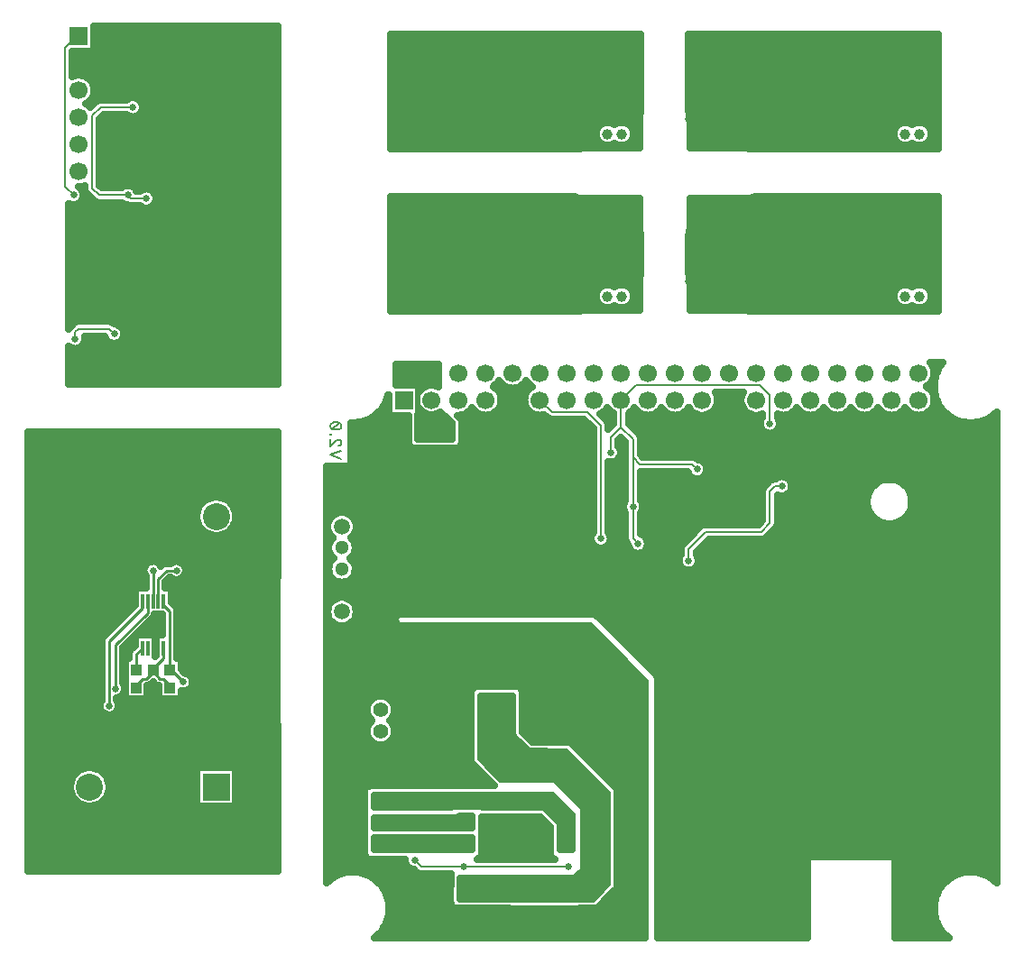
<source format=gbl>
G04 DipTrace 3.0.0.1*
G04 panel1.GBL*
%MOIN*%
G04 #@! TF.FileFunction,Copper,L2,Bot*
G04 #@! TF.Part,Single*
G04 #@! TA.AperFunction,Conductor*
%ADD14C,0.008*%
%ADD15C,0.02*%
%ADD16C,0.01*%
G04 #@! TA.AperFunction,CopperBalancing*
%ADD17C,0.025*%
%ADD26R,0.03937X0.043307*%
G04 #@! TA.AperFunction,ComponentPad*
%ADD34R,0.1X0.1*%
%ADD35C,0.1*%
%ADD36C,0.055118*%
%ADD37R,0.055118X0.055118*%
%ADD38C,0.03937*%
%ADD39R,0.066929X0.066929*%
%ADD40C,0.066929*%
%ADD44R,0.011811X0.055118*%
G04 #@! TA.AperFunction,ComponentPad*
%ADD57C,0.051181*%
%ADD58C,0.059055*%
%FSLAX26Y26*%
G04*
G70*
G90*
G75*
G01*
G04 Bottom*
%LPD*%
X1948543Y2317194D2*
D14*
X1986043D1*
Y2279694D1*
X1948543D1*
Y2317194D2*
D15*
X1898545D1*
X1873543Y2342196D1*
Y2460945D1*
X1823543Y2510945D1*
X956549Y1347314D2*
D16*
Y1355778D1*
X931549Y1380778D1*
X919049D1*
X894049Y1405778D1*
Y1414243D1*
Y1405778D2*
X869049Y1380778D1*
X856549D1*
X831549Y1355778D1*
Y1347314D1*
X894049Y1414243D2*
Y1418278D1*
X933419Y1457648D1*
Y1494164D1*
X913734Y1667392D2*
Y1750465D1*
X944049Y1780780D1*
X981549D1*
X756549Y1343278D2*
Y1505777D1*
X874364Y1623592D1*
Y1667392D1*
X2429971Y685766D2*
D14*
X2042294D1*
X1886222D1*
X1861043Y710945D1*
X2323543Y2410945D2*
X2367294Y2367194D1*
X2498545D1*
X2548543Y2317196D1*
Y1898445D1*
X1721329Y2273446D2*
X1692293D1*
X1686042Y2267196D1*
X2011042Y2029696D2*
X2061042D1*
X2179793Y1942194D2*
D17*
Y1935945D1*
X2211043Y1942194D2*
X2217294D1*
Y1929696D1*
X2298537Y2167189D2*
D14*
X2304787D1*
X2311043Y2173445D1*
X2342294Y2167196D2*
Y2160945D1*
X2498543Y2235945D2*
Y2242194D1*
X2061043Y2242196D2*
Y2229694D1*
X2448543Y1981516D2*
Y2017196D1*
X2454793Y2098445D2*
Y2104694D1*
X2442294Y2092196D1*
X2704793Y1054696D2*
X2661042D1*
X2673543Y1042194D1*
X2711043Y2292196D2*
X2704794D1*
X3029793Y2148445D2*
X3042293D1*
X3129793Y2204694D2*
X3111043D1*
Y2210945D1*
X3342293Y1854696D2*
X3354793D1*
X3836043Y1198445D2*
X3917293D1*
X3936043Y1179694D1*
X1867293Y2004696D2*
X1917294D1*
X1923543Y2010945D1*
X1892294D1*
X2686043Y1723445D2*
X2704793D1*
X2711043Y1729696D1*
X2629794Y2104694D2*
Y2123445D1*
X2636043Y2129694D1*
X2623543D1*
X2917294Y1735945D2*
X2898543D1*
X2886043Y1748445D1*
X3211043Y2154694D2*
X3186043D1*
X3179794Y2148445D1*
X3154794D1*
X3973517Y2267169D2*
X3992319D1*
X3998543Y2260945D1*
X3967294Y2029696D2*
X3973543D1*
X3967021Y1735945D2*
X3986043D1*
X3342294Y729694D2*
X3354793D1*
X3423543Y754696D2*
X3392293D1*
X3386043Y760945D1*
X3667293Y660945D2*
Y635945D1*
X3661043Y629696D1*
Y635945D1*
X3669114Y456516D2*
X3676668Y464070D1*
X831549Y1414243D2*
D16*
Y1471034D1*
X854678Y1494164D1*
X2871955Y2850280D2*
X2909455D1*
X1771955D2*
X1809455D1*
X2436043Y635945D2*
D14*
X2498543D1*
X2529793Y667194D1*
Y792194D1*
Y935946D1*
X2386043Y1079696D1*
X2204793D1*
X2161043Y1123445D1*
Y1223445D1*
X2179794Y1242196D1*
X2211043D1*
Y1273445D1*
Y1304694D1*
X2179794D1*
Y1273445D1*
X2148543D1*
Y1292194D1*
X2129793Y1310945D1*
X2142293D1*
X2148543Y1304694D1*
X2117293D1*
Y1273445D1*
X2148543Y1242194D2*
X2179794D1*
Y1242196D1*
X2567293Y785945D2*
X2536042D1*
X2529793Y792194D1*
X2871955Y3450280D2*
D16*
X2909455D1*
X1771955D2*
X1809455D1*
X975675Y3492778D2*
D14*
X1038175Y3555278D1*
X788176D1*
X925673Y3630278D2*
Y3661529D1*
X988175D1*
X775676Y3630277D2*
X713175D1*
X900676Y3111528D2*
X963176Y3174028D1*
X650676D2*
Y3124026D1*
X638176D1*
X800676Y3167777D2*
X813175Y3155278D1*
X869424D1*
X819425Y3492778D2*
X700676D1*
X669425Y3461528D1*
Y3192778D1*
X694427Y3167777D1*
X800676D1*
X606924Y2636528D2*
Y2661526D1*
X619425Y2674028D1*
X731924D1*
X750673Y2655278D1*
X933419Y1667392D2*
D16*
Y1653907D1*
X956549Y1630777D1*
Y1414243D1*
X960584D1*
X1006549Y1368278D1*
X854678Y1667392D2*
Y1641408D1*
X731549Y1518278D1*
Y1280778D1*
X2873543Y1817196D2*
D14*
Y1860945D1*
X2936043Y1923445D1*
X3142293D1*
X3173543Y1954696D1*
Y2073445D1*
X3192294Y2092196D1*
X3217294D1*
X619417Y3755278D2*
X613175D1*
X569424Y3711528D1*
Y3199026D1*
X600673Y3167777D1*
X2623543Y2410945D2*
Y2310945D1*
X2586043Y2273445D1*
Y2217194D1*
X2623543Y2410945D2*
X2679793Y2467194D1*
X3136045D1*
X3173543Y2429696D1*
Y2323445D1*
X2623543Y2310945D2*
X2667294Y2267194D1*
Y2198445D1*
X2692294Y2173445D1*
X2886042D1*
X2904793Y2154694D1*
X2667294Y2198445D2*
Y2017196D1*
Y1898445D1*
X2686043Y1879696D1*
X894049Y1667392D2*
D16*
Y1780780D1*
D17*
X981549D3*
X756549Y1343278D3*
X2429971Y685766D3*
X2042294D3*
X1861043Y710945D3*
X2548543Y1898445D3*
X1721329Y2273446D3*
X2011042Y2029696D3*
X2179793Y1942194D3*
X2211043D3*
X2298537Y2167189D3*
X2342294Y2167196D3*
X2498543Y2235945D3*
X2061043Y2242196D3*
X2448543Y1981516D3*
X2454793Y2098445D3*
X2704793Y1054696D3*
X2711043Y2292196D3*
X3029793Y2148445D3*
X3129793Y2204694D3*
X3342293Y1854696D3*
X3836043Y1198445D3*
X1867293Y2004696D3*
X2686043Y1723445D3*
X2629794Y2104694D3*
X2917294Y1735945D3*
X3211043Y2154694D3*
X3973517Y2267169D3*
X3967294Y2029696D3*
X3967021Y1735945D3*
X3342294Y729694D3*
X3423543Y754696D3*
X3667293Y660945D3*
X3669114Y456516D3*
X2871955Y2850280D3*
X1771955D3*
X2567293Y785945D3*
X2871955Y3450280D3*
X1771955D3*
X975675Y3492778D3*
X925673Y3630278D3*
X775676Y3630277D3*
X900676Y3111528D3*
X650676Y3174028D3*
X819425Y3492778D3*
X606924Y2636528D3*
X750673Y2655278D3*
X1006549Y1368278D3*
X731549Y1280778D3*
X2873543Y1817196D3*
X3217294Y2092196D3*
X600673Y3167777D3*
X2586043Y2217194D3*
X3173543Y2323445D3*
X2904793Y2154694D3*
X2686043Y1879696D3*
X2667294Y2017196D3*
X2117293Y1304694D3*
X2148543D3*
X2179794D3*
X2211043D3*
X2036043Y835945D3*
X2211043Y1273445D3*
X2179794D3*
X2117293D3*
X2148543D3*
X2211043Y1242196D3*
X2179794D3*
X2148543Y1242194D3*
X2067293Y835945D3*
Y867194D3*
X2036043D3*
Y785945D3*
X2067294D3*
Y748445D3*
X2036043D3*
Y635945D3*
X2067293D3*
X2036043Y604696D3*
X2067293D3*
X2036043Y573445D3*
X2067293D3*
X2404793Y635945D3*
X2436043D3*
X2404793Y604696D3*
X2436043D3*
X2404794Y573445D3*
X2436043D3*
X2117293Y1242194D3*
X2423543Y1310945D3*
X2454794D3*
X2486043D3*
X2517294D3*
Y1279694D3*
X2486043Y1279696D3*
X2423543D3*
X2454794D3*
X2423543Y1248445D3*
X2454794D3*
X2486043D3*
X2517294D3*
X1848543Y1773445D3*
Y1735945D3*
Y1698445D3*
X1811042D3*
X1848543Y1660946D3*
X1811042D3*
X2179794Y1910944D3*
X2211043D3*
X1811043Y1735945D3*
Y1773445D3*
Y1810945D3*
X1848543D3*
X1986043Y2317194D3*
X1948543D3*
Y2279694D3*
X1986043D3*
X2436043Y785945D3*
X2404794D3*
Y754696D3*
X2436043D3*
X894049Y1780780D3*
X869424Y3155278D3*
X800676Y3167777D3*
X838175Y3317777D3*
Y3286528D3*
Y3255278D3*
X875675D3*
Y3286528D3*
Y3317777D3*
X3781585Y2523576D2*
X3793573D1*
X2169281Y2473839D2*
X2177787D1*
X2269281D2*
X2277787D1*
X3769281D2*
X3778690D1*
X2168450Y2448970D2*
X2278636D1*
X3768450D2*
X3778638D1*
X2181488Y2424101D2*
X2265598D1*
X2981488D2*
X3065598D1*
X1753997Y2399232D2*
X1764112D1*
X2181781D2*
X2265306D1*
X2981781D2*
X3065306D1*
X3781781D2*
X3793071D1*
X1737493Y2374364D2*
X1764085D1*
X2069720D2*
X2077404D1*
X2169720D2*
X2277366D1*
X2569720D2*
X2577404D1*
X2669720D2*
X2677404D1*
X2769720D2*
X2777404D1*
X2869720D2*
X2877404D1*
X2969720D2*
X3077366D1*
X3269720D2*
X3277404D1*
X3369720D2*
X3377404D1*
X3469720D2*
X3477404D1*
X3569720D2*
X3577404D1*
X3669720D2*
X3677404D1*
X3769720D2*
X3809593D1*
X1709906Y2349495D2*
X1835033D1*
X2026996D2*
X2343626D1*
X2557610D2*
X2593529D1*
X2653558D2*
X3143529D1*
X3203558D2*
X3837181D1*
X3993402D2*
X4008504D1*
X1629681Y2324626D2*
X1835033D1*
X2037054D2*
X2499730D1*
X2577533D2*
X2593518D1*
X2653558D2*
X3135081D1*
X3212005D2*
X4008518D1*
X1629681Y2299757D2*
X1835033D1*
X2037054D2*
X2518529D1*
X2676117D2*
X3143919D1*
X3203168D2*
X4008518D1*
X1629681Y2274888D2*
X1835033D1*
X2037054D2*
X2518529D1*
X2696185D2*
X4008518D1*
X1629681Y2250020D2*
X1835521D1*
X2036566D2*
X2518529D1*
X2616058D2*
X2637278D1*
X2697308D2*
X4008518D1*
X1629681Y2225151D2*
X2518529D1*
X2623675D2*
X2637278D1*
X2697308D2*
X4008518D1*
X1629681Y2200282D2*
X2518529D1*
X2620306D2*
X2637278D1*
X2894525D2*
X4008518D1*
X1629681Y2175413D2*
X2518529D1*
X2578558D2*
X2637278D1*
X2936713D2*
X4008518D1*
X1538568Y2150545D2*
X2518529D1*
X2578558D2*
X2637278D1*
X2943060D2*
X4008518D1*
X1538568Y2125676D2*
X2518529D1*
X2578558D2*
X2637278D1*
X2697308D2*
X2880980D1*
X2928606D2*
X3201585D1*
X3233001D2*
X4008518D1*
X1538568Y2100807D2*
X2518529D1*
X2578558D2*
X2637278D1*
X2697308D2*
X3159496D1*
X3254730D2*
X3562377D1*
X3666790D2*
X4008518D1*
X1538568Y2075938D2*
X2518529D1*
X2578558D2*
X2637278D1*
X2697308D2*
X3143675D1*
X3251898D2*
X3540453D1*
X3688714D2*
X4008518D1*
X1538568Y2051070D2*
X2518529D1*
X2578558D2*
X2637278D1*
X2697308D2*
X3143529D1*
X3203558D2*
X3531126D1*
X3698041D2*
X4008518D1*
X1538568Y2026201D2*
X2518529D1*
X2578558D2*
X2629954D1*
X2704633D2*
X3143529D1*
X3203558D2*
X3530003D1*
X3699213D2*
X4008518D1*
X1538568Y2001332D2*
X2518529D1*
X2578558D2*
X2632493D1*
X2702093D2*
X3143529D1*
X3203558D2*
X3536644D1*
X3692522D2*
X4008518D1*
X1538568Y1976463D2*
X1548348D1*
X1636273D2*
X2518529D1*
X2578558D2*
X2637278D1*
X2697308D2*
X3143529D1*
X3203558D2*
X3553782D1*
X3675433D2*
X4008518D1*
X1647210Y1951594D2*
X2518529D1*
X2578558D2*
X2637278D1*
X2697308D2*
X3129076D1*
X3203362D2*
X4008518D1*
X1645110Y1926726D2*
X2518529D1*
X2578558D2*
X2637278D1*
X2697308D2*
X2897923D1*
X3186957D2*
X4008518D1*
X1538568Y1901857D2*
X1556836D1*
X1627728D2*
X2510228D1*
X2586858D2*
X2637278D1*
X2716937D2*
X2873070D1*
X3161810D2*
X4008518D1*
X1642328Y1876988D2*
X2517113D1*
X2579974D2*
X2647337D1*
X2724457D2*
X2848705D1*
X2931000D2*
X4008518D1*
X1642230Y1852119D2*
X2660423D1*
X2711664D2*
X2843529D1*
X2906097D2*
X4008518D1*
X1538568Y1827251D2*
X1558007D1*
X1626556D2*
X2836497D1*
X2910589D2*
X4008518D1*
X1641058Y1802382D2*
X2838255D1*
X2908832D2*
X4008518D1*
X1643157Y1777513D2*
X4008518D1*
X1538568Y1752644D2*
X1553714D1*
X1630853D2*
X4008518D1*
X1539007Y1727776D2*
X4008518D1*
X1539007Y1702907D2*
X4008518D1*
X1539007Y1678038D2*
X1570970D1*
X1613617D2*
X4008518D1*
X1641693Y1653169D2*
X4008518D1*
X1647797Y1628301D2*
X4008518D1*
X1641546Y1603432D2*
X1786594D1*
X2546625D2*
X4008518D1*
X1539007Y1578563D2*
X1571849D1*
X1612738D2*
X1798021D1*
X2571478D2*
X4008518D1*
X1539007Y1553694D2*
X2527709D1*
X2596381D2*
X4008518D1*
X1539007Y1528825D2*
X2552610D1*
X2621234D2*
X4008518D1*
X1539007Y1503957D2*
X2577465D1*
X2646087D2*
X4008518D1*
X1539007Y1479088D2*
X2602318D1*
X2670990D2*
X4008518D1*
X1539007Y1454219D2*
X2627220D1*
X2695843D2*
X4008518D1*
X1539007Y1429350D2*
X2652073D1*
X2720697D2*
X4008518D1*
X1539007Y1404482D2*
X2676927D1*
X2745598D2*
X4008518D1*
X1539007Y1379613D2*
X2701829D1*
X2761029D2*
X4008518D1*
X1539007Y1354744D2*
X2711058D1*
X2761029D2*
X4008518D1*
X1539007Y1329875D2*
X2066282D1*
X2262054D2*
X2711058D1*
X2761029D2*
X4008518D1*
X1539007Y1305007D2*
X1701390D1*
X1770697D2*
X2066282D1*
X2262054D2*
X2711058D1*
X2761029D2*
X4008518D1*
X1539007Y1280138D2*
X1684690D1*
X1787396D2*
X2066282D1*
X2262054D2*
X2711058D1*
X2761029D2*
X4008518D1*
X1539007Y1255269D2*
X1683470D1*
X1788617D2*
X2066282D1*
X2262054D2*
X2711058D1*
X2761029D2*
X4008518D1*
X1539007Y1230400D2*
X1696312D1*
X1775774D2*
X2066282D1*
X2262054D2*
X2711058D1*
X2761029D2*
X4008518D1*
X1538568Y1205531D2*
X1686106D1*
X1785980D2*
X2066282D1*
X2262054D2*
X2711058D1*
X2761029D2*
X4008518D1*
X1538568Y1180663D2*
X1682835D1*
X1789252D2*
X2066282D1*
X2264545D2*
X2711058D1*
X2761029D2*
X4008518D1*
X1538568Y1155794D2*
X1692797D1*
X1779290D2*
X2066282D1*
X2289446D2*
X2711058D1*
X2761029D2*
X4008518D1*
X1538568Y1130925D2*
X2066282D1*
X2451801D2*
X2711058D1*
X2761029D2*
X4008518D1*
X1538568Y1106056D2*
X2066282D1*
X2476654D2*
X2711058D1*
X2761029D2*
X4008518D1*
X1538568Y1081188D2*
X2066282D1*
X2501556D2*
X2711058D1*
X2761029D2*
X4008518D1*
X1538568Y1056319D2*
X2079954D1*
X2526409D2*
X2711058D1*
X2761029D2*
X4008518D1*
X1538568Y1031450D2*
X2104808D1*
X2551262D2*
X2711058D1*
X2761029D2*
X4008518D1*
X1538568Y1006581D2*
X2129661D1*
X2576117D2*
X2711058D1*
X2761029D2*
X4008568D1*
X1538568Y981713D2*
X1685033D1*
X2601018D2*
X2711058D1*
X2761029D2*
X4008568D1*
X1538568Y956844D2*
X1672533D1*
X2612054D2*
X2711058D1*
X2761029D2*
X4008568D1*
X1538568Y931975D2*
X1672533D1*
X2612054D2*
X2711058D1*
X2761029D2*
X4008568D1*
X1538568Y907106D2*
X1672533D1*
X2612054D2*
X2711058D1*
X2761029D2*
X4008568D1*
X1538568Y882238D2*
X1672678D1*
X2612054D2*
X2711058D1*
X2761029D2*
X4008568D1*
X1538568Y857369D2*
X1672533D1*
X2112054D2*
X2335033D1*
X2612054D2*
X2711058D1*
X2761029D2*
X4008568D1*
X1538568Y832500D2*
X1672533D1*
X2112054D2*
X2359886D1*
X2612054D2*
X2711058D1*
X2761029D2*
X4008568D1*
X1538568Y807631D2*
X1672728D1*
X2111858D2*
X2360081D1*
X2612054D2*
X2711058D1*
X2761029D2*
X4008568D1*
X1538568Y782762D2*
X1672533D1*
X2112054D2*
X2360081D1*
X2612054D2*
X2711058D1*
X2761029D2*
X4008568D1*
X1538568Y757894D2*
X1672533D1*
X2112054D2*
X2360081D1*
X2612054D2*
X2711058D1*
X2761029D2*
X4008568D1*
X1538568Y733025D2*
X1672728D1*
X2111908D2*
X2360277D1*
X2612054D2*
X2711058D1*
X2761029D2*
X4008568D1*
X1538568Y708156D2*
X1822630D1*
X2612054D2*
X2711058D1*
X2761029D2*
X3308518D1*
X3638568D2*
X4008568D1*
X1538568Y683287D2*
X1835521D1*
X2612054D2*
X2711058D1*
X2761029D2*
X3308518D1*
X3638568D2*
X4008568D1*
X1538568Y658419D2*
X1583373D1*
X1680218D2*
X1880833D1*
X2612054D2*
X2711058D1*
X2761029D2*
X3308518D1*
X3638568D2*
X3866869D1*
X3963714D2*
X4008568D1*
X1722552Y633550D2*
X1991332D1*
X2612054D2*
X2711058D1*
X2761029D2*
X3308518D1*
X3638568D2*
X3824534D1*
X1744916Y608681D2*
X1991332D1*
X2610442D2*
X2711058D1*
X2761029D2*
X3308518D1*
X3638568D2*
X3802171D1*
X1758538Y583812D2*
X1991332D1*
X2588373D2*
X2711058D1*
X2761029D2*
X3308518D1*
X3638568D2*
X3788549D1*
X1766205Y558944D2*
X1991332D1*
X2563518D2*
X2711058D1*
X2761029D2*
X3308518D1*
X3638568D2*
X3780882D1*
X1768988Y534075D2*
X2003197D1*
X2537298D2*
X2711058D1*
X2761029D2*
X3308518D1*
X3638568D2*
X3778098D1*
X1767084Y509206D2*
X2711058D1*
X2761029D2*
X3308518D1*
X3638568D2*
X3780003D1*
X1760345Y484337D2*
X2711058D1*
X2761029D2*
X3308518D1*
X3638568D2*
X3786741D1*
X1747894Y459469D2*
X2711058D1*
X2761029D2*
X3308518D1*
X3638568D2*
X3799193D1*
X1727533Y434600D2*
X2711058D1*
X2761029D2*
X3308518D1*
X3638568D2*
X3819554D1*
X3835367Y423442D2*
X3827808Y429400D1*
X3820043Y436579D1*
X3812865Y444344D1*
X3806319Y452650D1*
X3800444Y461442D1*
X3795276Y470668D1*
X3790849Y480272D1*
X3787189Y490193D1*
X3784319Y500371D1*
X3782255Y510743D1*
X3781012Y521244D1*
X3780597Y531811D1*
X3781012Y542378D1*
X3782255Y552879D1*
X3784319Y563251D1*
X3787189Y573429D1*
X3790849Y583350D1*
X3795276Y592954D1*
X3800444Y602180D1*
X3806319Y610972D1*
X3812865Y619278D1*
X3820043Y627043D1*
X3827808Y634222D1*
X3836114Y640768D1*
X3844907Y646643D1*
X3854133Y651811D1*
X3863736Y656238D1*
X3873657Y659898D1*
X3883836Y662768D1*
X3894207Y664832D1*
X3904709Y666075D1*
X3915276Y666490D1*
X3925843Y666075D1*
X3936344Y664832D1*
X3946715Y662768D1*
X3956894Y659898D1*
X3966815Y656238D1*
X3976419Y651811D1*
X3985644Y646643D1*
X3994437Y640768D1*
X4002743Y634222D1*
X4011041Y626467D1*
X4011043Y2366266D1*
X4002743Y2358534D1*
X3994437Y2351988D1*
X3985644Y2346113D1*
X3976419Y2340945D1*
X3966815Y2336518D1*
X3956894Y2332858D1*
X3946715Y2329988D1*
X3936344Y2327924D1*
X3925843Y2326681D1*
X3915276Y2326266D1*
X3904709Y2326681D1*
X3894207Y2327924D1*
X3883836Y2329988D1*
X3873657Y2332858D1*
X3863736Y2336518D1*
X3854133Y2340945D1*
X3844907Y2346113D1*
X3836114Y2351988D1*
X3827808Y2358534D1*
X3820043Y2365713D1*
X3812865Y2373478D1*
X3806319Y2381783D1*
X3800444Y2390576D1*
X3795276Y2399802D1*
X3790849Y2409406D1*
X3787189Y2419327D1*
X3784319Y2429505D1*
X3782255Y2439877D1*
X3781012Y2450378D1*
X3780597Y2460945D1*
X3781012Y2471512D1*
X3782255Y2482013D1*
X3784319Y2492385D1*
X3787189Y2502563D1*
X3790849Y2512484D1*
X3795276Y2522088D1*
X3800444Y2531314D1*
X3806319Y2540106D1*
X3812894Y2548442D1*
X3766463Y2548445D1*
X3772114Y2540709D1*
X3776172Y2532744D1*
X3778934Y2524243D1*
X3780332Y2515415D1*
Y2506475D1*
X3778934Y2497647D1*
X3776172Y2489146D1*
X3772114Y2481181D1*
X3766860Y2473949D1*
X3760539Y2467629D1*
X3753307Y2462374D1*
X3750791Y2460966D1*
X3757026Y2457030D1*
X3763823Y2451224D1*
X3769629Y2444428D1*
X3774299Y2436806D1*
X3777720Y2428549D1*
X3779807Y2419856D1*
X3780508Y2410945D1*
X3779807Y2402034D1*
X3777720Y2393341D1*
X3774299Y2385084D1*
X3769629Y2377462D1*
X3763823Y2370665D1*
X3757026Y2364860D1*
X3749404Y2360189D1*
X3741147Y2356768D1*
X3732454Y2354681D1*
X3723543Y2353980D1*
X3714633Y2354681D1*
X3705940Y2356768D1*
X3697682Y2360189D1*
X3690060Y2364860D1*
X3683264Y2370665D1*
X3677458Y2377462D1*
X3673564Y2383697D1*
X3669629Y2377462D1*
X3663823Y2370665D1*
X3657026Y2364860D1*
X3649404Y2360189D1*
X3641147Y2356768D1*
X3632454Y2354681D1*
X3623543Y2353980D1*
X3614633Y2354681D1*
X3605940Y2356768D1*
X3597682Y2360189D1*
X3590060Y2364860D1*
X3583264Y2370665D1*
X3577458Y2377462D1*
X3573564Y2383697D1*
X3569629Y2377462D1*
X3563823Y2370665D1*
X3557026Y2364860D1*
X3549404Y2360189D1*
X3541147Y2356768D1*
X3532454Y2354681D1*
X3523543Y2353980D1*
X3514633Y2354681D1*
X3505940Y2356768D1*
X3497682Y2360189D1*
X3490060Y2364860D1*
X3483264Y2370665D1*
X3477458Y2377462D1*
X3473564Y2383697D1*
X3469629Y2377462D1*
X3463823Y2370665D1*
X3457026Y2364860D1*
X3449404Y2360189D1*
X3441147Y2356768D1*
X3432454Y2354681D1*
X3423543Y2353980D1*
X3414633Y2354681D1*
X3405940Y2356768D1*
X3397682Y2360189D1*
X3390060Y2364860D1*
X3383264Y2370665D1*
X3377458Y2377462D1*
X3373564Y2383697D1*
X3369629Y2377462D1*
X3363823Y2370665D1*
X3357026Y2364860D1*
X3349404Y2360189D1*
X3341147Y2356768D1*
X3332454Y2354681D1*
X3323543Y2353980D1*
X3314633Y2354681D1*
X3305940Y2356768D1*
X3297682Y2360189D1*
X3290060Y2364860D1*
X3283264Y2370665D1*
X3277458Y2377462D1*
X3273564Y2383697D1*
X3269629Y2377462D1*
X3263823Y2370665D1*
X3257026Y2364860D1*
X3249404Y2360189D1*
X3241147Y2356768D1*
X3232454Y2354681D1*
X3223543Y2353980D1*
X3214633Y2354681D1*
X3205940Y2356768D1*
X3201030Y2358646D1*
X3201043Y2346639D1*
X3204239Y2342255D1*
X3206803Y2337222D1*
X3208549Y2331849D1*
X3209432Y2326269D1*
Y2320621D1*
X3208549Y2315041D1*
X3206803Y2309668D1*
X3204239Y2304635D1*
X3200917Y2300064D1*
X3196924Y2296071D1*
X3192353Y2292749D1*
X3187320Y2290185D1*
X3181948Y2288440D1*
X3176367Y2287556D1*
X3170719D1*
X3165139Y2288440D1*
X3159766Y2290185D1*
X3154734Y2292749D1*
X3150163Y2296071D1*
X3146169Y2300064D1*
X3142848Y2304635D1*
X3140283Y2309668D1*
X3138538Y2315041D1*
X3137655Y2320621D1*
Y2326269D1*
X3138538Y2331849D1*
X3140283Y2337222D1*
X3142848Y2342255D1*
X3146039Y2346660D1*
X3146043Y2358650D1*
X3136841Y2355554D1*
X3128013Y2354156D1*
X3119073D1*
X3110245Y2355554D1*
X3101744Y2358316D1*
X3093780Y2362374D1*
X3086547Y2367629D1*
X3080227Y2373949D1*
X3074972Y2381181D1*
X3070915Y2389146D1*
X3068152Y2397647D1*
X3066755Y2406475D1*
Y2415415D1*
X3068152Y2424243D1*
X3070915Y2432744D1*
X3074402Y2439688D1*
X2972714Y2439694D1*
X2976172Y2432744D1*
X2978934Y2424243D1*
X2980332Y2415415D1*
Y2406475D1*
X2978934Y2397647D1*
X2976172Y2389146D1*
X2972114Y2381181D1*
X2966860Y2373949D1*
X2960539Y2367629D1*
X2953307Y2362374D1*
X2945343Y2358316D1*
X2936841Y2355554D1*
X2928013Y2354156D1*
X2919073D1*
X2910245Y2355554D1*
X2901744Y2358316D1*
X2893780Y2362374D1*
X2886547Y2367629D1*
X2880227Y2373949D1*
X2874972Y2381181D1*
X2873564Y2383697D1*
X2869629Y2377462D1*
X2863823Y2370665D1*
X2857026Y2364860D1*
X2849404Y2360189D1*
X2841147Y2356768D1*
X2832454Y2354681D1*
X2823543Y2353980D1*
X2814633Y2354681D1*
X2805940Y2356768D1*
X2797682Y2360189D1*
X2790060Y2364860D1*
X2783264Y2370665D1*
X2777458Y2377462D1*
X2773564Y2383697D1*
X2769629Y2377462D1*
X2763823Y2370665D1*
X2757026Y2364860D1*
X2749404Y2360189D1*
X2741147Y2356768D1*
X2732454Y2354681D1*
X2723543Y2353980D1*
X2714633Y2354681D1*
X2705940Y2356768D1*
X2697682Y2360189D1*
X2690060Y2364860D1*
X2683264Y2370665D1*
X2677458Y2377462D1*
X2673564Y2383697D1*
X2669629Y2377462D1*
X2663823Y2370665D1*
X2657026Y2364860D1*
X2651043Y2360945D1*
Y2322322D1*
X2688205Y2285054D1*
X2691797Y2279678D1*
X2694034Y2273614D1*
X2694794Y2267194D1*
Y2209822D1*
X2703692Y2200938D1*
X2888199Y2200860D1*
X2894539Y2199598D1*
X2900411Y2196892D1*
X2905487Y2192890D1*
X2907801Y2190577D1*
X2915917Y2188932D1*
X2921136Y2186770D1*
X2925953Y2183819D1*
X2930248Y2180150D1*
X2933917Y2175854D1*
X2936869Y2171038D1*
X2939030Y2165819D1*
X2940349Y2160325D1*
X2940793Y2154694D1*
X2940349Y2149063D1*
X2939030Y2143570D1*
X2936869Y2138350D1*
X2933917Y2133534D1*
X2930248Y2129239D1*
X2925953Y2125570D1*
X2921136Y2122618D1*
X2915917Y2120457D1*
X2910424Y2119138D1*
X2904793Y2118694D1*
X2899161Y2119138D1*
X2893668Y2120457D1*
X2888449Y2122618D1*
X2883633Y2125570D1*
X2879337Y2129239D1*
X2875668Y2133534D1*
X2872717Y2138350D1*
X2870555Y2143570D1*
X2869886Y2145940D1*
X2694808Y2145945D1*
X2694794Y2040388D1*
X2697990Y2036005D1*
X2700554Y2030972D1*
X2702299Y2025600D1*
X2703182Y2020020D1*
Y2014371D1*
X2702299Y2008791D1*
X2700554Y2003419D1*
X2697990Y1998386D1*
X2694798Y1993980D1*
X2694794Y1914608D1*
X2702387Y1911772D1*
X2707203Y1908820D1*
X2711499Y1905151D1*
X2715168Y1900856D1*
X2718119Y1896039D1*
X2720281Y1890820D1*
X2721600Y1885327D1*
X2722043Y1879696D1*
X2721600Y1874064D1*
X2720281Y1868571D1*
X2718119Y1863352D1*
X2715168Y1858535D1*
X2711499Y1854240D1*
X2707203Y1850571D1*
X2702387Y1847619D1*
X2697168Y1845458D1*
X2691675Y1844139D1*
X2686043Y1843696D1*
X2680412Y1844139D1*
X2674919Y1845458D1*
X2669699Y1847619D1*
X2664883Y1850571D1*
X2660588Y1854240D1*
X2656919Y1858535D1*
X2653967Y1863352D1*
X2651806Y1868571D1*
X2650487Y1874064D1*
X2650178Y1876663D1*
X2645046Y1882281D1*
X2641887Y1887921D1*
X2640133Y1894143D1*
X2639794Y1898445D1*
Y1994001D1*
X2636598Y1998386D1*
X2634034Y2003419D1*
X2632289Y2008791D1*
X2631406Y2014371D1*
Y2020020D1*
X2632289Y2025600D1*
X2634034Y2030972D1*
X2636598Y2036005D1*
X2639790Y2040411D1*
X2639794Y2255818D1*
X2623576Y2272021D1*
X2613538Y2262049D1*
X2613543Y2240388D1*
X2616739Y2236004D1*
X2619303Y2230971D1*
X2621049Y2225598D1*
X2621932Y2220018D1*
Y2214370D1*
X2621049Y2208790D1*
X2619303Y2203417D1*
X2616739Y2198385D1*
X2613417Y2193814D1*
X2609424Y2189820D1*
X2604853Y2186499D1*
X2599820Y2183934D1*
X2594448Y2182189D1*
X2588867Y2181306D1*
X2583219D1*
X2576034Y2182642D1*
X2576043Y1921639D1*
X2579239Y1917255D1*
X2581803Y1912222D1*
X2583549Y1906849D1*
X2584432Y1901269D1*
Y1895621D1*
X2583549Y1890041D1*
X2581803Y1884668D1*
X2579239Y1879635D1*
X2575917Y1875064D1*
X2571924Y1871071D1*
X2567353Y1867749D1*
X2562320Y1865185D1*
X2556948Y1863440D1*
X2551367Y1862556D1*
X2545719D1*
X2540139Y1863440D1*
X2534766Y1865185D1*
X2529734Y1867749D1*
X2525163Y1871071D1*
X2521169Y1875064D1*
X2517848Y1879635D1*
X2515283Y1884668D1*
X2513538Y1890041D1*
X2512655Y1895621D1*
Y1901269D1*
X2513538Y1906849D1*
X2515283Y1912222D1*
X2517848Y1917255D1*
X2521039Y1921660D1*
X2521043Y2305818D1*
X2487148Y2339699D1*
X2365136Y2339780D1*
X2358797Y2341041D1*
X2352925Y2343747D1*
X2347849Y2347749D1*
X2339390Y2356207D1*
X2332454Y2354681D1*
X2323543Y2353980D1*
X2314633Y2354681D1*
X2305940Y2356768D1*
X2297682Y2360189D1*
X2290060Y2364860D1*
X2283264Y2370665D1*
X2277458Y2377462D1*
X2272787Y2385084D1*
X2269366Y2393341D1*
X2267280Y2402034D1*
X2266579Y2410945D1*
X2267280Y2419856D1*
X2269366Y2428549D1*
X2272787Y2436806D1*
X2277458Y2444428D1*
X2283264Y2451224D1*
X2290060Y2457030D1*
X2296295Y2460924D1*
X2290060Y2464860D1*
X2283264Y2470665D1*
X2277458Y2477462D1*
X2273564Y2483697D1*
X2269629Y2477462D1*
X2263823Y2470665D1*
X2257026Y2464860D1*
X2249404Y2460189D1*
X2241147Y2456768D1*
X2232454Y2454681D1*
X2223543Y2453980D1*
X2214633Y2454681D1*
X2205940Y2456768D1*
X2197682Y2460189D1*
X2190060Y2464860D1*
X2183264Y2470665D1*
X2177458Y2477462D1*
X2173564Y2483697D1*
X2169629Y2477462D1*
X2163823Y2470665D1*
X2157026Y2464860D1*
X2150791Y2460966D1*
X2157026Y2457030D1*
X2163823Y2451224D1*
X2169629Y2444428D1*
X2174299Y2436806D1*
X2177720Y2428549D1*
X2179807Y2419856D1*
X2180508Y2410945D1*
X2179807Y2402034D1*
X2177720Y2393341D1*
X2174299Y2385084D1*
X2169629Y2377462D1*
X2163823Y2370665D1*
X2157026Y2364860D1*
X2149404Y2360189D1*
X2141147Y2356768D1*
X2132454Y2354681D1*
X2123543Y2353980D1*
X2114633Y2354681D1*
X2105940Y2356768D1*
X2097682Y2360189D1*
X2090060Y2364860D1*
X2083264Y2370665D1*
X2077458Y2377462D1*
X2073564Y2383697D1*
X2069629Y2377462D1*
X2063823Y2370665D1*
X2057026Y2364860D1*
X2049404Y2360189D1*
X2041147Y2356768D1*
X2032454Y2354681D1*
X2023543Y2353980D1*
X2019860Y2354125D1*
X2030055Y2343509D1*
X2032755Y2338689D1*
X2034255Y2333371D1*
X2034543Y2317196D1*
X2034255Y2251018D1*
X2032755Y2245701D1*
X2030055Y2240881D1*
X2026306Y2236824D1*
X2021713Y2233756D1*
X2016529Y2231844D1*
X2011043Y2231194D1*
X1857367Y2231483D1*
X1852050Y2232983D1*
X1847230Y2235682D1*
X1843173Y2239432D1*
X1840105Y2244025D1*
X1838193Y2249209D1*
X1837543Y2254694D1*
Y2353962D1*
X1766579Y2353980D1*
Y2429029D1*
X1764526Y2430580D1*
X1762768Y2429505D1*
X1759898Y2419327D1*
X1756238Y2409406D1*
X1751811Y2399802D1*
X1746643Y2390576D1*
X1740768Y2381783D1*
X1734222Y2373478D1*
X1727043Y2365713D1*
X1719278Y2358534D1*
X1710972Y2351988D1*
X1702180Y2346113D1*
X1692954Y2340945D1*
X1683350Y2336518D1*
X1673429Y2332858D1*
X1663251Y2329988D1*
X1652879Y2327924D1*
X1642378Y2326681D1*
X1627147Y2326450D1*
X1627160Y2164996D1*
X1535999D1*
X1536043Y1739217D1*
X1536516Y1730630D1*
Y1230617D1*
X1536043Y1210945D1*
Y626521D1*
X1544344Y634222D1*
X1552650Y640768D1*
X1561442Y646643D1*
X1570668Y651811D1*
X1580272Y656238D1*
X1590193Y659898D1*
X1600371Y662768D1*
X1610743Y664832D1*
X1621244Y666075D1*
X1631811Y666490D1*
X1642378Y666075D1*
X1652879Y664832D1*
X1663251Y662768D1*
X1673429Y659898D1*
X1683350Y656238D1*
X1692954Y651811D1*
X1702180Y646643D1*
X1710972Y640768D1*
X1719278Y634222D1*
X1727043Y627043D1*
X1734222Y619278D1*
X1740768Y610972D1*
X1746643Y602180D1*
X1751811Y592954D1*
X1756238Y583350D1*
X1759898Y573429D1*
X1762768Y563251D1*
X1764832Y552879D1*
X1766075Y542378D1*
X1766490Y531811D1*
X1766075Y521244D1*
X1764832Y510743D1*
X1762768Y500371D1*
X1759898Y490193D1*
X1756238Y480272D1*
X1751811Y470668D1*
X1746643Y461442D1*
X1740768Y452650D1*
X1734222Y444344D1*
X1727043Y436579D1*
X1719278Y429400D1*
X1711719Y423442D1*
X2713534Y423444D1*
X2713543Y1370369D1*
X2507975Y1575944D1*
X1807524Y1576222D1*
X1802433Y1577657D1*
X1797818Y1580241D1*
X1793934Y1583832D1*
X1790996Y1588230D1*
X1789165Y1593193D1*
X1788543Y1598445D1*
X1789165Y1603697D1*
X1790996Y1608660D1*
X1793934Y1613058D1*
X1797818Y1616648D1*
X1802433Y1619232D1*
X1807524Y1620668D1*
X1823543Y1620945D1*
X2520814Y1620668D1*
X2525904Y1619232D1*
X2530520Y1616648D1*
X2542043Y1605516D1*
X2754247Y1392921D1*
X2756831Y1388306D1*
X2758266Y1383215D1*
X2758543Y1367196D1*
Y423396D1*
X3310995Y423444D1*
X3311197Y712899D1*
X3312406Y716618D1*
X3314705Y719782D1*
X3317869Y722081D1*
X3321588Y723290D1*
X3361043Y723444D1*
X3625499Y723290D1*
X3629218Y722081D1*
X3632382Y719782D1*
X3634681Y716618D1*
X3635890Y712899D1*
X3636043Y673444D1*
Y423492D1*
X3835311Y423444D1*
X1786945Y1261318D2*
X1785692Y1253404D1*
X1783215Y1245785D1*
X1779579Y1238646D1*
X1774869Y1232164D1*
X1768528Y1225966D1*
X1774869Y1219744D1*
X1779579Y1213262D1*
X1783215Y1206123D1*
X1785692Y1198504D1*
X1786945Y1190591D1*
Y1182577D1*
X1785692Y1174664D1*
X1783215Y1167045D1*
X1779579Y1159906D1*
X1774869Y1153424D1*
X1769203Y1147759D1*
X1762722Y1143049D1*
X1755583Y1139412D1*
X1747963Y1136936D1*
X1740050Y1135682D1*
X1732037D1*
X1724123Y1136936D1*
X1716504Y1139412D1*
X1709365Y1143049D1*
X1702883Y1147759D1*
X1697218Y1153424D1*
X1692508Y1159906D1*
X1688871Y1167045D1*
X1686395Y1174664D1*
X1685142Y1182577D1*
Y1190591D1*
X1686395Y1198504D1*
X1688871Y1206123D1*
X1692508Y1213262D1*
X1697218Y1219744D1*
X1703559Y1225942D1*
X1697218Y1232164D1*
X1692508Y1238646D1*
X1688871Y1245785D1*
X1686395Y1253404D1*
X1685142Y1261318D1*
Y1269331D1*
X1686395Y1277244D1*
X1688871Y1284864D1*
X1692508Y1292003D1*
X1697218Y1298484D1*
X1702883Y1304150D1*
X1709365Y1308860D1*
X1716504Y1312496D1*
X1724123Y1314972D1*
X1732037Y1316226D1*
X1740050D1*
X1747963Y1314972D1*
X1755583Y1312496D1*
X1762722Y1308860D1*
X1769203Y1304150D1*
X1774869Y1298484D1*
X1779579Y1292003D1*
X1783215Y1284864D1*
X1785692Y1277244D1*
X1786945Y1269331D1*
Y1261318D1*
X2573522Y2383697D2*
X2569629Y2377462D1*
X2563823Y2370665D1*
X2557026Y2364860D1*
X2549404Y2360189D1*
X2545993Y2358617D1*
X2569454Y2335055D1*
X2573046Y2329680D1*
X2575283Y2323615D1*
X2576043Y2317196D1*
Y2302303D1*
X2596049Y2322341D1*
X2596043Y2361092D1*
X2590060Y2364860D1*
X2583264Y2370665D1*
X2577458Y2377462D1*
X2573564Y2383697D1*
X1641232Y1782093D2*
X1640026Y1774486D1*
X1637647Y1767159D1*
X1634150Y1760295D1*
X1629622Y1754063D1*
X1624175Y1748615D1*
X1617942Y1744088D1*
X1611079Y1740591D1*
X1603752Y1738211D1*
X1596144Y1737005D1*
X1588441D1*
X1580833Y1738211D1*
X1573507Y1740591D1*
X1566643Y1744088D1*
X1560411Y1748615D1*
X1554963Y1754063D1*
X1550436Y1760295D1*
X1546938Y1767159D1*
X1544559Y1774486D1*
X1543353Y1782093D1*
Y1789797D1*
X1544559Y1797404D1*
X1546938Y1804731D1*
X1550436Y1811594D1*
X1554963Y1817827D1*
X1560411Y1823274D1*
X1562976Y1825297D1*
X1557580Y1829972D1*
X1552577Y1835831D1*
X1548552Y1842399D1*
X1545605Y1849516D1*
X1543807Y1857005D1*
X1543202Y1864685D1*
X1543807Y1872365D1*
X1545605Y1879854D1*
X1548552Y1886971D1*
X1552577Y1893539D1*
X1557580Y1899398D1*
X1559846Y1901492D1*
X1554797Y1905929D1*
X1549392Y1912256D1*
X1545045Y1919352D1*
X1541861Y1927039D1*
X1539917Y1935130D1*
X1539265Y1943425D1*
X1539917Y1951720D1*
X1541861Y1959811D1*
X1545045Y1967499D1*
X1549392Y1974594D1*
X1554797Y1980921D1*
X1561123Y1986325D1*
X1568219Y1990673D1*
X1575907Y1993857D1*
X1583997Y1995801D1*
X1592293Y1996453D1*
X1600588Y1995801D1*
X1608678Y1993857D1*
X1616366Y1990673D1*
X1623462Y1986325D1*
X1629789Y1980921D1*
X1635193Y1974594D1*
X1639541Y1967499D1*
X1642724Y1959811D1*
X1644668Y1951720D1*
X1645320Y1943425D1*
X1644668Y1935130D1*
X1642724Y1927039D1*
X1639541Y1919352D1*
X1635193Y1912256D1*
X1629789Y1905929D1*
X1624726Y1901522D1*
X1629622Y1896567D1*
X1634150Y1890335D1*
X1637647Y1883471D1*
X1640026Y1876144D1*
X1641232Y1868537D1*
Y1860833D1*
X1640026Y1853226D1*
X1637647Y1845899D1*
X1634150Y1839035D1*
X1629622Y1832803D1*
X1624175Y1827356D1*
X1621609Y1825333D1*
X1627005Y1820657D1*
X1632008Y1814799D1*
X1636033Y1808231D1*
X1638980Y1801114D1*
X1640778Y1793625D1*
X1641383Y1785945D1*
X1641232Y1782093D1*
X1645156Y1624304D2*
X1643856Y1616085D1*
X1641283Y1608172D1*
X1637507Y1600757D1*
X1632615Y1594026D1*
X1626731Y1588142D1*
X1620000Y1583251D1*
X1612585Y1579474D1*
X1604672Y1576902D1*
X1596453Y1575601D1*
X1588133D1*
X1579913Y1576902D1*
X1572000Y1579474D1*
X1564585Y1583251D1*
X1557854Y1588142D1*
X1551970Y1594026D1*
X1547079Y1600757D1*
X1543302Y1608172D1*
X1540730Y1616085D1*
X1539429Y1624304D1*
Y1632625D1*
X1540730Y1640844D1*
X1543302Y1648757D1*
X1547079Y1656172D1*
X1551970Y1662903D1*
X1557854Y1668787D1*
X1564585Y1673678D1*
X1572000Y1677455D1*
X1579913Y1680028D1*
X1588133Y1681328D1*
X1596453D1*
X1604672Y1680028D1*
X1612585Y1677455D1*
X1620000Y1673678D1*
X1626731Y1668787D1*
X1632615Y1662903D1*
X1637507Y1656172D1*
X1641283Y1648757D1*
X1643856Y1640844D1*
X1645156Y1632625D1*
Y1624304D1*
X3696892Y2028408D2*
X3694866Y2015614D1*
X3690862Y2003294D1*
X3684982Y1991751D1*
X3677367Y1981270D1*
X3668207Y1972110D1*
X3657727Y1964496D1*
X3646184Y1958615D1*
X3633864Y1954612D1*
X3621070Y1952585D1*
X3608114D1*
X3595320Y1954612D1*
X3583000Y1958615D1*
X3571457Y1964496D1*
X3560976Y1972110D1*
X3551816Y1981270D1*
X3544202Y1991751D1*
X3538322Y2003294D1*
X3534318Y2015614D1*
X3532291Y2028408D1*
Y2041364D1*
X3534318Y2054157D1*
X3538322Y2066478D1*
X3544202Y2078021D1*
X3551816Y2088501D1*
X3560976Y2097661D1*
X3571457Y2105276D1*
X3583000Y2111156D1*
X3595320Y2115160D1*
X3608114Y2117186D1*
X3621070D1*
X3633864Y2115160D1*
X3646184Y2111156D1*
X3657727Y2105276D1*
X3668207Y2097661D1*
X3677367Y2088501D1*
X3684982Y2078021D1*
X3690862Y2066478D1*
X3694866Y2054157D1*
X3696892Y2041364D1*
Y2028408D1*
X2109571Y792016D2*
X2109282Y732083D1*
X2107782Y726765D1*
X2105083Y721945D1*
X2101333Y717888D1*
X2096740Y714820D1*
X2093315Y713403D1*
X2254794Y713266D1*
X2378840Y713408D1*
X2373824Y715722D1*
X2369486Y719142D1*
X2366066Y723480D1*
X2363752Y728496D1*
X2362675Y733915D1*
X2362602Y832291D1*
X2326361Y868526D1*
X2109552Y868525D1*
X2109282Y813341D1*
X2108921Y810001D1*
X2109571Y804516D1*
Y792016D1*
X1825073Y712385D2*
X1694856Y712736D1*
X1689539Y714238D1*
X1684722Y716940D1*
X1680667Y720692D1*
X1677600Y725286D1*
X1675690Y730470D1*
X1675043Y735945D1*
X1675332Y808370D1*
X1675688Y811730D1*
X1675043Y817223D1*
X1675332Y883370D1*
X1675689Y886720D1*
X1675043Y892214D1*
X1675335Y883383D1*
X1675696Y885193D1*
X1675043Y892243D1*
X1675332Y964621D1*
X1676832Y969938D1*
X1679531Y974757D1*
X1683281Y978815D1*
X1687874Y981883D1*
X1693058Y983795D1*
X1698543Y984445D1*
X2154354D1*
X2074423Y1064433D1*
X2071354Y1069026D1*
X2069442Y1074210D1*
X2068793Y1079696D1*
X2069081Y1333370D1*
X2070581Y1338688D1*
X2073281Y1343508D1*
X2077030Y1347564D1*
X2081623Y1350633D1*
X2086807Y1352545D1*
X2092293Y1353194D1*
X2239719Y1352906D1*
X2245037Y1351406D1*
X2249857Y1348706D1*
X2253913Y1344957D1*
X2256982Y1340364D1*
X2258894Y1335180D1*
X2259543Y1329688D1*
Y1183161D1*
X2295785Y1146938D1*
X2427219Y1146656D1*
X2432537Y1145156D1*
X2437356Y1142457D1*
X2448999Y1131223D1*
X2605055Y974757D1*
X2607755Y969938D1*
X2609255Y964621D1*
X2609543Y948445D1*
X2609255Y613520D1*
X2607755Y608202D1*
X2605055Y603383D1*
X2593822Y591740D1*
X2537356Y535684D1*
X2532537Y532984D1*
X2527219Y531484D1*
X2511043Y531196D1*
X2417360Y530990D1*
X2013638Y531278D1*
X2008320Y532778D1*
X2003500Y535478D1*
X1999444Y539227D1*
X1996375Y543820D1*
X1994463Y549004D1*
X1993814Y554490D1*
X1994104Y658184D1*
X1884064Y658352D1*
X1877724Y659613D1*
X1871853Y662319D1*
X1866777Y666322D1*
X1858041Y675056D1*
X1849919Y676707D1*
X1844699Y678869D1*
X1839883Y681820D1*
X1835588Y685490D1*
X1831919Y689785D1*
X1828967Y694601D1*
X1826806Y699820D1*
X1825487Y705314D1*
X1825100Y712390D1*
X2846043Y1840388D2*
X2846382Y1865247D1*
X2848136Y1871469D1*
X2851295Y1877109D1*
X2854098Y1880390D1*
X2918184Y1944356D1*
X2923559Y1947948D1*
X2929623Y1950185D1*
X2936043Y1950945D1*
X3130916D1*
X3146014Y1966058D1*
X3146127Y2075602D1*
X3147388Y2081942D1*
X3150096Y2087814D1*
X3154104Y2092896D1*
X3176130Y2114444D1*
X3181770Y2117602D1*
X3187992Y2119357D1*
X3194101Y2119696D1*
X3198484Y2122891D1*
X3203517Y2125455D1*
X3208890Y2127201D1*
X3214470Y2128084D1*
X3220118D1*
X3225698Y2127201D1*
X3231071Y2125455D1*
X3236104Y2122891D1*
X3240675Y2119570D1*
X3244668Y2115576D1*
X3247990Y2111005D1*
X3250554Y2105972D1*
X3252299Y2100600D1*
X3253182Y2095020D1*
Y2089371D1*
X3252299Y2083791D1*
X3250554Y2078419D1*
X3247990Y2073386D1*
X3244668Y2068815D1*
X3240675Y2064822D1*
X3236104Y2061500D1*
X3231071Y2058936D1*
X3225698Y2057190D1*
X3220118Y2056307D1*
X3214470D1*
X3208890Y2057190D1*
X3203517Y2058936D1*
X3201041Y2060077D1*
X3200959Y1952538D1*
X3199698Y1946198D1*
X3196991Y1940327D1*
X3192990Y1935249D1*
X3160152Y1902534D1*
X3154777Y1898942D1*
X3148713Y1896705D1*
X3142293Y1895945D1*
X2947420D1*
X2901041Y1849551D1*
X2901043Y1840388D1*
X2904239Y1836005D1*
X2906803Y1830972D1*
X2908549Y1825600D1*
X2909432Y1820020D1*
Y1814371D1*
X2908549Y1808791D1*
X2906803Y1803419D1*
X2904239Y1798386D1*
X2900917Y1793815D1*
X2896924Y1789822D1*
X2892353Y1786500D1*
X2887320Y1783936D1*
X2881948Y1782190D1*
X2876367Y1781307D1*
X2870719D1*
X2865139Y1782190D1*
X2859766Y1783936D1*
X2854734Y1786500D1*
X2850163Y1789822D1*
X2846169Y1793815D1*
X2842848Y1798386D1*
X2840283Y1803419D1*
X2838538Y1808791D1*
X2837655Y1814371D1*
Y1820020D1*
X2838538Y1825600D1*
X2840283Y1830972D1*
X2842848Y1836005D1*
X2846039Y1840411D1*
X1713568Y767325D2*
X2071068D1*
X2073614Y792021D2*
X1711016Y792189D1*
X1711050Y748438D1*
X2073598Y748265D1*
X2073571Y792063D1*
X1713568Y848406D2*
X2071068D1*
X1711043Y867146D2*
X1711054Y829685D1*
X2073602Y829517D1*
X2073571Y873316D1*
X2028112Y873274D1*
X2026152Y870685D1*
X2022988Y868386D1*
X2019269Y867177D1*
X1979807Y867043D1*
X1711008Y867188D1*
X1713568Y923576D2*
X2390745D1*
X2349602Y898707D2*
X2415598D1*
X2374457Y873839D2*
X2439818D1*
X2399310Y848970D2*
X2439818D1*
X2401117Y824101D2*
X2439818D1*
X2401117Y799232D2*
X2439818D1*
X2401117Y774364D2*
X2439818D1*
X2401117Y749495D2*
X2439866D1*
X1711043Y948396D2*
X1711050Y904688D1*
X1994155Y904807D1*
X1996694Y907781D1*
X2000029Y909824D1*
X2003832Y910738D1*
X2106778Y910622D1*
X2110497Y909413D1*
X2113661Y907114D1*
X2115483Y904803D1*
X2129823Y904525D1*
X2338052Y904371D1*
X2341772Y903163D1*
X2344936Y900864D1*
X2396215Y849367D1*
X2397991Y845882D1*
X2398602Y842020D1*
Y748220D1*
X2442402Y748259D1*
X2442297Y874535D1*
X2368374Y948437D1*
X1711092Y948445D1*
X2032339Y617131D2*
X2439839D1*
X2032339Y592262D2*
X2439839D1*
X2032339Y567394D2*
X2439839D1*
X2442311Y642000D2*
X2029814D1*
Y566951D1*
X2442362Y566990D1*
X2442360Y642038D1*
X2107318Y1292325D2*
X2221067D1*
X2107318Y1267457D2*
X2221067D1*
X2107318Y1242588D2*
X2221067D1*
X2107318Y1217719D2*
X2221067D1*
X2107318Y1192850D2*
X2221067D1*
X2107318Y1167982D2*
X2221311D1*
X2107318Y1143113D2*
X2246214D1*
X2107318Y1118244D2*
X2271067D1*
X2107318Y1093375D2*
X2433420D1*
X2123675Y1068507D2*
X2458323D1*
X2148528Y1043638D2*
X2483176D1*
X2173382Y1018769D2*
X2508030D1*
X2398283Y993900D2*
X2532932D1*
X2423138Y969031D2*
X2557786D1*
X2447991Y944163D2*
X2571067D1*
X2472894Y919294D2*
X2571067D1*
X2488567Y894425D2*
X2571067D1*
X2488567Y869556D2*
X2571067D1*
X2488567Y844688D2*
X2571067D1*
X2488567Y819819D2*
X2571067D1*
X2488567Y794950D2*
X2571067D1*
X2488567Y770081D2*
X2571067D1*
X2488567Y745213D2*
X2571067D1*
X2488567Y720344D2*
X2571067D1*
X2488567Y695475D2*
X2571067D1*
X2484612Y670606D2*
X2571067D1*
X2459759Y645738D2*
X2571067D1*
X2413567Y620869D2*
X2569554D1*
X2413567Y596000D2*
X2544651D1*
X2413567Y571131D2*
X2519798D1*
X2223495Y1317194D2*
X2104744D1*
X2104793Y1084920D1*
X2178713Y1010953D1*
X2375499Y1010791D1*
X2379218Y1009583D1*
X2382382Y1007283D1*
X2483656Y905793D1*
X2485432Y902307D1*
X2486043Y898445D1*
X2485890Y677740D1*
X2484681Y674021D1*
X2482382Y670857D1*
X2455891Y644581D1*
X2452407Y642806D1*
X2448543Y642194D1*
X2411092D1*
X2411043Y567243D1*
X2518319Y567196D1*
X2573572Y622403D1*
X2573543Y955745D1*
X2418346Y1110963D1*
X2284088Y1111098D1*
X2280369Y1112307D1*
X2277205Y1114606D1*
X2225930Y1166097D1*
X2224155Y1169583D1*
X2223543Y1173445D1*
Y1317146D1*
X1794819Y2517327D2*
X1946020D1*
X1794819Y2492458D2*
X1946020D1*
X1794819Y2467589D2*
X1946020D1*
X1876020Y2343245D2*
X1977319D1*
X1876020Y2318377D2*
X1996020D1*
X1876020Y2293508D2*
X1996020D1*
X1876020Y2268639D2*
X1996020D1*
X1792265Y2465710D2*
X1878308D1*
Y2441832D1*
X1884819Y2449669D1*
X1891353Y2455251D1*
X1898681Y2459740D1*
X1906621Y2463029D1*
X1914976Y2465035D1*
X1923543Y2465710D1*
X1932110Y2465035D1*
X1940466Y2463029D1*
X1948538Y2459667D1*
X1948543Y2542147D1*
X1792343Y2542196D1*
X1792294Y2465682D1*
X1878308Y2380114D2*
Y2356180D1*
X1873572D1*
X1873543Y2267146D1*
X1998495Y2267194D1*
X1998543Y2324470D1*
X1956127Y2366933D1*
X1948406Y2362150D1*
X1940466Y2358861D1*
X1932110Y2356854D1*
X1923543Y2356180D1*
X1914976Y2356854D1*
X1906621Y2358861D1*
X1898681Y2362150D1*
X1891353Y2366639D1*
X1884819Y2372220D1*
X1879238Y2378755D1*
X1878314Y2380138D1*
X434049Y2268409D2*
X1354024D1*
X434049Y2243541D2*
X1354024D1*
X434049Y2218672D2*
X1354024D1*
X434049Y2193803D2*
X1354024D1*
X434049Y2168934D2*
X1354024D1*
X434049Y2144066D2*
X1354024D1*
X434049Y2119197D2*
X1354024D1*
X434049Y2094328D2*
X1354024D1*
X434049Y2069459D2*
X1354024D1*
X434049Y2044591D2*
X1093623D1*
X1162198D2*
X1354024D1*
X434049Y2019722D2*
X1065694D1*
X1190127D2*
X1354024D1*
X434049Y1994853D2*
X1055490D1*
X1200283D2*
X1354024D1*
X434049Y1969984D2*
X1054951D1*
X1200870D2*
X1354024D1*
X434049Y1945115D2*
X1063643D1*
X1192130D2*
X1354024D1*
X434049Y1920247D2*
X1087715D1*
X1168106D2*
X1354024D1*
X434049Y1895378D2*
X1354024D1*
X434049Y1870509D2*
X1354024D1*
X434049Y1845640D2*
X1354024D1*
X434049Y1820772D2*
X1354024D1*
X434049Y1795903D2*
X861299D1*
X1014298D2*
X1354024D1*
X434049Y1771034D2*
X859199D1*
X1016398D2*
X1354024D1*
X434049Y1746165D2*
X865255D1*
X949112D2*
X1350411D1*
X434049Y1721297D2*
X865255D1*
X942520D2*
X1348995D1*
X434049Y1696428D2*
X824971D1*
X963126D2*
X1348995D1*
X434049Y1671559D2*
X824971D1*
X963126D2*
X1348995D1*
X434049Y1646690D2*
X820283D1*
X979971D2*
X1348995D1*
X434049Y1621822D2*
X795382D1*
X985343D2*
X1348995D1*
X434049Y1596953D2*
X770528D1*
X887442D2*
X927755D1*
X985343D2*
X1348995D1*
X434049Y1572084D2*
X745675D1*
X862539D2*
X927755D1*
X985343D2*
X1348995D1*
X434049Y1547215D2*
X720772D1*
X837686D2*
X927755D1*
X985343D2*
X1348995D1*
X434049Y1522346D2*
X703047D1*
X812833D2*
X824946D1*
X985343D2*
X1348995D1*
X434049Y1497478D2*
X702755D1*
X787930D2*
X818282D1*
X985343D2*
X1348995D1*
X434049Y1472609D2*
X702755D1*
X785343D2*
X802798D1*
X985343D2*
X1348995D1*
X434049Y1447740D2*
X702755D1*
X1000039D2*
X1348995D1*
X434049Y1422871D2*
X702755D1*
X1000039D2*
X1348995D1*
X434049Y1398003D2*
X702755D1*
X1025138D2*
X1348995D1*
X434049Y1373134D2*
X702755D1*
X1042520D2*
X1348995D1*
X434049Y1348265D2*
X702755D1*
X875039D2*
X913058D1*
X1036270D2*
X1348995D1*
X434049Y1323396D2*
X702755D1*
X875039D2*
X913058D1*
X1000039D2*
X1348995D1*
X434049Y1298528D2*
X700264D1*
X762833D2*
X1348995D1*
X434049Y1273659D2*
X696016D1*
X767081D2*
X1348995D1*
X434049Y1248790D2*
X718135D1*
X744948D2*
X1348995D1*
X434049Y1223921D2*
X1349386D1*
X434049Y1199052D2*
X1354024D1*
X434049Y1174184D2*
X1354024D1*
X434049Y1149315D2*
X1354024D1*
X434049Y1124446D2*
X1354024D1*
X434049Y1099577D2*
X1354024D1*
X434049Y1074709D2*
X1354024D1*
X434049Y1049840D2*
X639962D1*
X680411D2*
X1054122D1*
X1201699D2*
X1354024D1*
X434049Y1024971D2*
X601730D1*
X718643D2*
X1054122D1*
X1201699D2*
X1354024D1*
X434049Y1000102D2*
X589083D1*
X731339D2*
X1054122D1*
X1201699D2*
X1354024D1*
X434049Y975234D2*
X586592D1*
X733780D2*
X1054122D1*
X1201699D2*
X1354024D1*
X434049Y950365D2*
X593184D1*
X727188D2*
X1054122D1*
X1201699D2*
X1354024D1*
X434049Y925496D2*
X612667D1*
X707706D2*
X1054122D1*
X1201699D2*
X1354024D1*
X434049Y900627D2*
X1354024D1*
X434049Y875759D2*
X1354024D1*
X434049Y850890D2*
X1354024D1*
X434049Y826021D2*
X1354024D1*
X434049Y801152D2*
X1354024D1*
X434049Y776283D2*
X1354024D1*
X434049Y751415D2*
X1354024D1*
X434049Y726546D2*
X1354024D1*
X434049Y701677D2*
X1354024D1*
X434049Y676808D2*
X1354024D1*
X1069106Y1052079D2*
X1199207D1*
Y909478D1*
X1056606D1*
Y1052079D1*
X1069106D1*
X731270Y975184D2*
X729520Y964134D1*
X726063Y953493D1*
X720983Y943524D1*
X714407Y934472D1*
X706496Y926562D1*
X697445Y919986D1*
X687475Y914906D1*
X676835Y911449D1*
X665785Y909698D1*
X654596D1*
X643546Y911449D1*
X632906Y914906D1*
X622936Y919986D1*
X613885Y926562D1*
X605974Y934472D1*
X599398Y943524D1*
X594318Y953493D1*
X590861Y964134D1*
X589110Y975184D1*
Y986373D1*
X590861Y997423D1*
X594318Y1008063D1*
X599398Y1018033D1*
X605974Y1027084D1*
X613885Y1034995D1*
X622936Y1041571D1*
X632906Y1046651D1*
X643546Y1050108D1*
X654596Y1051858D1*
X665785D1*
X676835Y1050108D1*
X687475Y1046651D1*
X697445Y1041571D1*
X706496Y1034995D1*
X714407Y1027084D1*
X720983Y1018033D1*
X726063Y1008063D1*
X729520Y997423D1*
X731270Y986373D1*
Y975184D1*
X1198987Y1975184D2*
X1197236Y1964134D1*
X1193780Y1953493D1*
X1188699Y1943524D1*
X1182123Y1934472D1*
X1174213Y1926562D1*
X1165161Y1919986D1*
X1155192Y1914906D1*
X1144551Y1911449D1*
X1133501Y1909698D1*
X1122312D1*
X1111262Y1911449D1*
X1100622Y1914906D1*
X1090652Y1919986D1*
X1081601Y1926562D1*
X1073690Y1934472D1*
X1067114Y1943524D1*
X1062034Y1953493D1*
X1058577Y1964134D1*
X1056827Y1975184D1*
Y1986373D1*
X1058577Y1997423D1*
X1062034Y2008063D1*
X1067114Y2018033D1*
X1073690Y2027084D1*
X1081601Y2034995D1*
X1090652Y2041571D1*
X1100622Y2046651D1*
X1111262Y2050108D1*
X1122312Y2051858D1*
X1133501D1*
X1144551Y2050108D1*
X1155192Y2046651D1*
X1165161Y2041571D1*
X1174213Y2034995D1*
X1182123Y2027084D1*
X1188699Y2018033D1*
X1193780Y2008063D1*
X1197236Y1997423D1*
X1198987Y1986373D1*
Y1975184D1*
X859657Y1543024D2*
X901570D1*
Y1462993D1*
X906213Y1467619D1*
Y1543024D1*
X930285D1*
X930248Y1618491D1*
X900168Y1618533D1*
X898661Y1613528D1*
X895640Y1608133D1*
X892961Y1604995D1*
X782854Y1494890D1*
X782849Y1364517D1*
X786664Y1358623D1*
X789415Y1351169D1*
X790349Y1343278D1*
X789415Y1335387D1*
X786664Y1327933D1*
X782251Y1321327D1*
X776416Y1315933D1*
X769483Y1312051D1*
X761836Y1309894D1*
X757844Y1309529D1*
X757849Y1302018D1*
X761664Y1296123D1*
X764415Y1288669D1*
X765349Y1280778D1*
X764415Y1272887D1*
X761664Y1265433D1*
X757251Y1258827D1*
X751416Y1253433D1*
X744483Y1249551D1*
X736836Y1247394D1*
X728896Y1247083D1*
X721104Y1248633D1*
X713888Y1251959D1*
X707648Y1256878D1*
X702730Y1263118D1*
X699403Y1270333D1*
X697853Y1278126D1*
X698164Y1286066D1*
X700322Y1293713D1*
X704203Y1300646D1*
X705249Y1301972D1*
X705329Y1520341D1*
X706535Y1526406D1*
X709123Y1532020D1*
X712951Y1536875D1*
X827476Y1651400D1*
X827472Y1716252D1*
X867756D1*
X867748Y1759531D1*
X863933Y1765434D1*
X861182Y1772888D1*
X860248Y1780780D1*
X861182Y1788671D1*
X863933Y1796125D1*
X868346Y1802731D1*
X874181Y1808125D1*
X881114Y1812007D1*
X888761Y1814164D1*
X896701Y1814475D1*
X904493Y1812925D1*
X911709Y1809598D1*
X917949Y1804680D1*
X922867Y1798440D1*
X923461Y1797382D1*
X928589Y1802056D1*
X933984Y1805077D1*
X939934Y1806756D1*
X944049Y1807080D1*
X960308D1*
X966203Y1810895D1*
X973657Y1813646D1*
X981549Y1814580D1*
X989440Y1813646D1*
X996894Y1810895D1*
X1003500Y1806482D1*
X1008894Y1800647D1*
X1012776Y1793714D1*
X1014933Y1786067D1*
X1015244Y1778127D1*
X1013694Y1770335D1*
X1010367Y1763119D1*
X1005449Y1756879D1*
X999209Y1751961D1*
X991993Y1748634D1*
X984201Y1747084D1*
X976261Y1747395D1*
X968614Y1749552D1*
X961681Y1753434D1*
X960354Y1754480D1*
X954937Y1754479D1*
X940030Y1739568D1*
X940034Y1716236D1*
X960625Y1716251D1*
X960854Y1663665D1*
X977825Y1646236D1*
X980846Y1640841D1*
X982525Y1634891D1*
X982849Y1630777D1*
Y1457193D1*
X997534Y1457196D1*
Y1414471D1*
X1010151Y1401869D1*
X1016993Y1400424D1*
X1024209Y1397097D1*
X1030449Y1392178D1*
X1035367Y1385938D1*
X1038694Y1378723D1*
X1040244Y1370930D1*
X1039933Y1362991D1*
X1037776Y1355344D1*
X1033894Y1348411D1*
X1028500Y1342576D1*
X1021894Y1338163D1*
X1014440Y1335412D1*
X1006549Y1334478D1*
X998657Y1335412D1*
X997530Y1335730D1*
X997534Y1304360D1*
X915564D1*
Y1354702D1*
X908984Y1356480D1*
X903589Y1359501D1*
X894064Y1368568D1*
X900446Y1362188D1*
X887646Y1362181D1*
X882790Y1358353D1*
X877176Y1355765D1*
X873155Y1354801D1*
X872534Y1352766D1*
Y1304360D1*
X790564D1*
Y1457196D1*
X805261D1*
X805572Y1475148D1*
X807251Y1481098D1*
X810272Y1486493D1*
X812951Y1489631D1*
X827487Y1504167D1*
X827472Y1539471D1*
X830940Y1543024D1*
X847151D1*
X1352238Y1742139D2*
X1354819Y1755119D1*
X1356554Y1760409D1*
X1356549Y2293230D1*
X431500Y2293278D1*
X431549Y668278D1*
X1356500D1*
X1356549Y1200846D1*
X1354035Y1209398D1*
X1352383Y1218005D1*
X1351516Y1230630D1*
Y1730643D1*
X1352028Y1739825D1*
X2879949Y3137911D2*
X3794430D1*
X2879949Y3113042D2*
X3794430D1*
X2879949Y3088173D2*
X3794430D1*
X2879949Y3063304D2*
X3794430D1*
X2879362Y3038436D2*
X3794430D1*
X2874480Y3013567D2*
X3794430D1*
X2874480Y2988698D2*
X3794430D1*
X2874480Y2963829D2*
X3794430D1*
X2874480Y2938961D2*
X3794430D1*
X2874480Y2914092D2*
X3794430D1*
X2874480Y2889223D2*
X3794430D1*
X2878581Y2864354D2*
X3794430D1*
X2879949Y2839486D2*
X3794430D1*
X2879949Y2814617D2*
X3633054D1*
X3767156D2*
X3794430D1*
X2879949Y2789748D2*
X3628073D1*
X3772136D2*
X3794430D1*
X2879949Y2764879D2*
X3639157D1*
X3761052D2*
X3794430D1*
X3102214Y2740011D2*
X3794430D1*
X3700068Y2760001D2*
X3693135Y2755551D1*
X3686875Y2752958D1*
X3680286Y2751375D1*
X3673530Y2750844D1*
X3666774Y2751375D1*
X3660185Y2752958D1*
X3653925Y2755551D1*
X3648147Y2759092D1*
X3642993Y2763492D1*
X3638593Y2768646D1*
X3635052Y2774424D1*
X3632459Y2780684D1*
X3630877Y2787273D1*
X3630345Y2794029D1*
X3630877Y2800785D1*
X3632459Y2807374D1*
X3635052Y2813634D1*
X3638593Y2819412D1*
X3642993Y2824566D1*
X3648147Y2828966D1*
X3653925Y2832507D1*
X3660185Y2835100D1*
X3666774Y2836682D1*
X3673530Y2837214D1*
X3680286Y2836682D1*
X3686875Y2835100D1*
X3693135Y2832507D1*
X3700068Y2828056D1*
X3707075Y2832507D1*
X3713335Y2835100D1*
X3719924Y2836682D1*
X3726680Y2837214D1*
X3733436Y2836682D1*
X3740025Y2835100D1*
X3746285Y2832507D1*
X3752063Y2828966D1*
X3757217Y2824566D1*
X3761617Y2819412D1*
X3765157Y2813634D1*
X3767751Y2807374D1*
X3769333Y2800785D1*
X3769865Y2794029D1*
X3769333Y2787273D1*
X3767751Y2780684D1*
X3765157Y2774424D1*
X3761617Y2768646D1*
X3757217Y2763492D1*
X3752063Y2759092D1*
X3746285Y2755551D1*
X3740025Y2752958D1*
X3733436Y2751375D1*
X3726680Y2750844D1*
X3719924Y2751375D1*
X3713335Y2752958D1*
X3707075Y2755551D1*
X3700142Y2760001D1*
X2872100Y3018009D2*
X2871955Y2987780D1*
Y2879919D1*
X2874161Y2873218D1*
X2876739Y2860249D1*
X2877370Y2851507D1*
X2877461Y2741269D1*
X3084974Y2741240D1*
X3096482Y2740518D1*
X3109450Y2737937D1*
X3121955Y2737780D1*
X3796907D1*
X3796955Y3162731D1*
X3119075Y3162780D1*
X3109438Y3159539D1*
X3096470Y3156962D1*
X3084961Y3156240D1*
X2877490D1*
X2877370Y3045961D1*
X2876739Y3037218D1*
X2874157Y3024251D1*
X2872100Y3018009D1*
X1774480Y3137911D2*
X2689938D1*
X1774480Y3113042D2*
X2689938D1*
X1774480Y3088173D2*
X2689938D1*
X1774480Y3063304D2*
X2689938D1*
X1774480Y3038436D2*
X2690573D1*
X1774480Y3013567D2*
X2694430D1*
X1774480Y2988698D2*
X2694430D1*
X1774480Y2963829D2*
X2694430D1*
X1774480Y2938961D2*
X2694430D1*
X1774480Y2914092D2*
X2694430D1*
X1774480Y2889223D2*
X2694430D1*
X1774480Y2864354D2*
X2691354D1*
X1774480Y2839486D2*
X2689938D1*
X1774480Y2814617D2*
X2533054D1*
X2667156D2*
X2689938D1*
X1774480Y2789748D2*
X2528073D1*
X2672136D2*
X2689938D1*
X1774480Y2764879D2*
X2539157D1*
X2661052D2*
X2689938D1*
X1774480Y2740011D2*
X2467722D1*
X2600068Y2760001D2*
X2593135Y2755551D1*
X2586875Y2752958D1*
X2580286Y2751375D1*
X2573530Y2750844D1*
X2566774Y2751375D1*
X2560185Y2752958D1*
X2553925Y2755551D1*
X2548147Y2759092D1*
X2542993Y2763492D1*
X2538593Y2768646D1*
X2535052Y2774424D1*
X2532459Y2780684D1*
X2530877Y2787273D1*
X2530345Y2794029D1*
X2530877Y2800785D1*
X2532459Y2807374D1*
X2535052Y2813634D1*
X2538593Y2819412D1*
X2542993Y2824566D1*
X2548147Y2828966D1*
X2553925Y2832507D1*
X2560185Y2835100D1*
X2566774Y2836682D1*
X2573530Y2837214D1*
X2580286Y2836682D1*
X2586875Y2835100D1*
X2593135Y2832507D1*
X2600068Y2828056D1*
X2607075Y2832507D1*
X2613335Y2835100D1*
X2619924Y2836682D1*
X2626680Y2837214D1*
X2633436Y2836682D1*
X2640025Y2835100D1*
X2646285Y2832507D1*
X2652063Y2828966D1*
X2657217Y2824566D1*
X2661617Y2819412D1*
X2665157Y2813634D1*
X2667751Y2807374D1*
X2669333Y2800785D1*
X2669865Y2794029D1*
X2669333Y2787273D1*
X2667751Y2780684D1*
X2665157Y2774424D1*
X2661617Y2768646D1*
X2657217Y2763492D1*
X2652063Y2759092D1*
X2646285Y2755551D1*
X2640025Y2752958D1*
X2633436Y2751375D1*
X2626680Y2750844D1*
X2619924Y2751375D1*
X2613335Y2752958D1*
X2607075Y2755551D1*
X2600142Y2760001D1*
X2692694Y3043785D2*
X2692461Y3073740D1*
Y3156211D1*
X2484948Y3156240D1*
X2473440Y3156962D1*
X2460471Y3159543D1*
X2452154Y3162306D1*
X2446955Y3162780D1*
X1772004D1*
X1771955Y2737828D1*
X2459895Y2737780D1*
X2473451Y2740518D1*
X2484961Y2741240D1*
X2692432D1*
X2692461Y2848753D1*
X2693182Y2860262D1*
X2695764Y2873230D1*
X2696950Y2876907D1*
X2696955Y3020543D1*
X2694980Y3027508D1*
X2693328Y3036115D1*
X2692694Y3043785D1*
X2874480Y3737911D2*
X3794430D1*
X2874480Y3713042D2*
X3794430D1*
X2874480Y3688173D2*
X3794430D1*
X2874480Y3663304D2*
X3794430D1*
X2874480Y3638436D2*
X3794430D1*
X2874480Y3613567D2*
X3794430D1*
X2874480Y3588698D2*
X3794430D1*
X2874480Y3563829D2*
X3794430D1*
X2874480Y3538961D2*
X3794430D1*
X2874480Y3514092D2*
X3794430D1*
X2874480Y3489223D2*
X3794430D1*
X2878581Y3464354D2*
X3794430D1*
X2879949Y3439486D2*
X3794430D1*
X2879949Y3414617D2*
X3633054D1*
X3767156D2*
X3794430D1*
X2879949Y3389748D2*
X3628073D1*
X3772136D2*
X3794430D1*
X2879949Y3364879D2*
X3639157D1*
X3761052D2*
X3794430D1*
X3102214Y3340011D2*
X3794430D1*
X3700068Y3360001D2*
X3693135Y3355551D1*
X3686875Y3352958D1*
X3680286Y3351375D1*
X3673530Y3350844D1*
X3666774Y3351375D1*
X3660185Y3352958D1*
X3653925Y3355551D1*
X3648147Y3359092D1*
X3642993Y3363492D1*
X3638593Y3368646D1*
X3635052Y3374424D1*
X3632459Y3380684D1*
X3630877Y3387273D1*
X3630345Y3394029D1*
X3630877Y3400785D1*
X3632459Y3407374D1*
X3635052Y3413634D1*
X3638593Y3419412D1*
X3642993Y3424566D1*
X3648147Y3428966D1*
X3653925Y3432507D1*
X3660185Y3435100D1*
X3666774Y3436682D1*
X3673530Y3437214D1*
X3680286Y3436682D1*
X3686875Y3435100D1*
X3693135Y3432507D1*
X3700068Y3428056D1*
X3707075Y3432507D1*
X3713335Y3435100D1*
X3719924Y3436682D1*
X3726680Y3437214D1*
X3733436Y3436682D1*
X3740025Y3435100D1*
X3746285Y3432507D1*
X3752063Y3428966D1*
X3757217Y3424566D1*
X3761617Y3419412D1*
X3765157Y3413634D1*
X3767751Y3407374D1*
X3769333Y3400785D1*
X3769865Y3394029D1*
X3769333Y3387273D1*
X3767751Y3380684D1*
X3765157Y3374424D1*
X3761617Y3368646D1*
X3757217Y3363492D1*
X3752063Y3359092D1*
X3746285Y3355551D1*
X3740025Y3352958D1*
X3733436Y3351375D1*
X3726680Y3350844D1*
X3719924Y3351375D1*
X3713335Y3352958D1*
X3707075Y3355551D1*
X3700142Y3360001D1*
X2871953Y3479907D2*
X2874161Y3473218D1*
X2876739Y3460249D1*
X2877461Y3448740D1*
Y3341269D1*
X3084974Y3341240D1*
X3096483Y3340518D1*
X3109450Y3337937D1*
X3121955Y3337780D1*
X3796907D1*
X3796955Y3762731D1*
X2872004Y3762780D1*
X2871955Y3479919D1*
X1774480Y3737911D2*
X2694430D1*
X1774480Y3713042D2*
X2694430D1*
X1774480Y3688173D2*
X2694430D1*
X1774480Y3663304D2*
X2694430D1*
X1774480Y3638436D2*
X2694430D1*
X1774480Y3613567D2*
X2694430D1*
X1774480Y3588698D2*
X2694430D1*
X1774480Y3563829D2*
X2694430D1*
X1774480Y3538961D2*
X2694430D1*
X1774480Y3514092D2*
X2694430D1*
X1774480Y3489223D2*
X2694430D1*
X1774480Y3464354D2*
X2691354D1*
X1774480Y3439486D2*
X2689938D1*
X1774480Y3414617D2*
X2533054D1*
X2667156D2*
X2689938D1*
X1774480Y3389748D2*
X2528073D1*
X2672136D2*
X2689938D1*
X1774480Y3364879D2*
X2539157D1*
X2661052D2*
X2689938D1*
X1774480Y3340011D2*
X2467722D1*
X2600068Y3360001D2*
X2593135Y3355551D1*
X2586875Y3352958D1*
X2580286Y3351375D1*
X2573530Y3350844D1*
X2566774Y3351375D1*
X2560185Y3352958D1*
X2553925Y3355551D1*
X2548147Y3359092D1*
X2542993Y3363492D1*
X2538593Y3368646D1*
X2535052Y3374424D1*
X2532459Y3380684D1*
X2530877Y3387273D1*
X2530345Y3394029D1*
X2530877Y3400785D1*
X2532459Y3407374D1*
X2535052Y3413634D1*
X2538593Y3419412D1*
X2542993Y3424566D1*
X2548147Y3428966D1*
X2553925Y3432507D1*
X2560185Y3435100D1*
X2566774Y3436682D1*
X2573530Y3437214D1*
X2580286Y3436682D1*
X2586875Y3435100D1*
X2593135Y3432507D1*
X2600068Y3428056D1*
X2607075Y3432507D1*
X2613335Y3435100D1*
X2619924Y3436682D1*
X2626680Y3437214D1*
X2633436Y3436682D1*
X2640025Y3435100D1*
X2646285Y3432507D1*
X2652063Y3428966D1*
X2657217Y3424566D1*
X2661617Y3419412D1*
X2665157Y3413634D1*
X2667751Y3407374D1*
X2669333Y3400785D1*
X2669865Y3394029D1*
X2669333Y3387273D1*
X2667751Y3380684D1*
X2665157Y3374424D1*
X2661617Y3368646D1*
X2657217Y3363492D1*
X2652063Y3359092D1*
X2646285Y3355551D1*
X2640025Y3352958D1*
X2633436Y3351375D1*
X2626680Y3350844D1*
X2619924Y3351375D1*
X2613335Y3352958D1*
X2607075Y3355551D1*
X2600142Y3360001D1*
X2692558Y3451605D2*
X2693182Y3460261D1*
X2695764Y3473230D1*
X2696951Y3476907D1*
X2696955Y3762731D1*
X1772004Y3762780D1*
X1771955Y3337828D1*
X2459895Y3337780D1*
X2473451Y3340518D1*
X2484961Y3341240D1*
X2692432D1*
X2692461Y3448753D1*
X678883Y3767909D2*
X1354399D1*
X678883Y3743039D2*
X1354399D1*
X678883Y3718172D2*
X1354399D1*
X599440Y3693303D2*
X1354399D1*
X599440Y3668434D2*
X1354399D1*
X599440Y3643566D2*
X1354399D1*
X599440Y3618697D2*
X1354399D1*
X663844Y3593828D2*
X1354399D1*
X677223Y3568959D2*
X1354399D1*
X677759Y3544091D2*
X1354399D1*
X666043Y3519222D2*
X690633D1*
X846362D2*
X1354399D1*
X857888Y3494353D2*
X1354399D1*
X849391Y3469483D2*
X1354399D1*
X699438Y3444615D2*
X1354399D1*
X699438Y3419747D2*
X1354399D1*
X699438Y3394877D2*
X1354399D1*
X699438Y3370009D2*
X1354399D1*
X699438Y3345140D2*
X1354399D1*
X699438Y3320270D2*
X1354399D1*
X699438Y3295403D2*
X1354399D1*
X699438Y3270534D2*
X1354399D1*
X699438Y3245664D2*
X1354399D1*
X699438Y3220797D2*
X1354399D1*
X625612Y3195928D2*
X639386D1*
X707643D2*
X775738D1*
X825610D2*
X1354399D1*
X639041Y3171058D2*
X649765D1*
X904274D2*
X1354399D1*
X631959Y3146190D2*
X674908D1*
X906764D2*
X1354399D1*
X584449Y3121320D2*
X854986D1*
X883902D2*
X1354399D1*
X584449Y3096453D2*
X1354399D1*
X584449Y3071584D2*
X1354399D1*
X584449Y3046715D2*
X1354399D1*
X584449Y3021846D2*
X1354399D1*
X584449Y2996978D2*
X1354399D1*
X584449Y2972109D2*
X1354399D1*
X584449Y2947240D2*
X1354399D1*
X584449Y2922371D2*
X1354399D1*
X584449Y2897503D2*
X1354399D1*
X584449Y2872634D2*
X1354399D1*
X584449Y2847764D2*
X1354399D1*
X584449Y2822896D2*
X1354399D1*
X584449Y2798028D2*
X1354399D1*
X584449Y2773157D2*
X1354399D1*
X584449Y2748290D2*
X1354399D1*
X584449Y2723421D2*
X1354399D1*
X584449Y2698551D2*
X604499D1*
X746850D2*
X1354399D1*
X784108Y2673684D2*
X1354399D1*
X788600Y2648815D2*
X1354399D1*
X643142Y2623945D2*
X730427D1*
X770923D2*
X1354399D1*
X584449Y2599077D2*
X1354399D1*
X584449Y2574209D2*
X1354399D1*
X584449Y2549339D2*
X1354399D1*
X584449Y2524471D2*
X1354399D1*
X584449Y2499601D2*
X1354399D1*
X584449Y2474734D2*
X1354399D1*
X676391Y3792760D2*
Y3698314D1*
X596946D1*
X596927Y3607572D1*
X606129Y3610669D1*
X614954Y3612067D1*
X623895D1*
X632723Y3610669D1*
X641223Y3607906D1*
X649189Y3603849D1*
X656423Y3598593D1*
X662743Y3592274D1*
X667995Y3585041D1*
X672054Y3577076D1*
X674815Y3568576D1*
X676214Y3559748D1*
Y3550807D1*
X674815Y3541980D1*
X672054Y3533479D1*
X667995Y3525513D1*
X662743Y3518282D1*
X656423Y3511962D1*
X649189Y3506706D1*
X646672Y3505299D1*
X652908Y3501364D1*
X659706Y3495558D1*
X662043Y3493030D1*
X682815Y3513689D1*
X688192Y3517280D1*
X694256Y3519518D1*
X700677Y3520277D1*
X796232D1*
X800617Y3523474D1*
X805647Y3526038D1*
X811021Y3527783D1*
X816602Y3528667D1*
X822248D1*
X827829Y3527783D1*
X833203Y3526038D1*
X838234Y3523474D1*
X842807Y3520152D1*
X846798Y3516159D1*
X850121Y3511588D1*
X852685Y3506555D1*
X854430Y3501182D1*
X855315Y3495602D1*
Y3489953D1*
X854430Y3484374D1*
X852685Y3479000D1*
X850121Y3473969D1*
X846798Y3469398D1*
X842807Y3465403D1*
X838234Y3462083D1*
X833203Y3459517D1*
X827829Y3457772D1*
X822248Y3456890D1*
X816602D1*
X811021Y3457772D1*
X805647Y3459517D1*
X800617Y3462083D1*
X796209Y3465274D1*
X712054Y3465278D1*
X696953Y3450165D1*
X696924Y3204155D1*
X705823Y3195272D1*
X777482Y3195278D1*
X781864Y3198474D1*
X786898Y3201037D1*
X792272Y3202783D1*
X797849Y3203667D1*
X803499D1*
X809080Y3202783D1*
X814450Y3201037D1*
X819484Y3198474D1*
X824054Y3195151D1*
X828049Y3191159D1*
X831371Y3186588D1*
X833366Y3182789D1*
X846231Y3182778D1*
X850615Y3185974D1*
X855650Y3188538D1*
X861020Y3190282D1*
X866601Y3191167D1*
X872249D1*
X877828Y3190282D1*
X883202Y3188538D1*
X888236Y3185974D1*
X892806Y3182652D1*
X896801Y3178659D1*
X900121Y3174088D1*
X902685Y3169055D1*
X904429Y3163682D1*
X905314Y3158102D1*
Y3152454D1*
X904429Y3146874D1*
X902685Y3141500D1*
X900121Y3136469D1*
X896801Y3131898D1*
X892806Y3127904D1*
X888236Y3124583D1*
X883202Y3122017D1*
X877828Y3120273D1*
X872249Y3119388D1*
X866601D1*
X861020Y3120273D1*
X855650Y3122017D1*
X850615Y3124583D1*
X846211Y3127774D1*
X811018Y3127864D1*
X804678Y3129125D1*
X797849Y3131890D1*
X792272Y3132773D1*
X786898Y3134518D1*
X781864Y3137081D1*
X777459Y3140273D1*
X692268Y3140362D1*
X685928Y3141623D1*
X680056Y3144329D1*
X674982Y3148333D1*
X648516Y3174919D1*
X644923Y3180294D1*
X642684Y3186358D1*
X641925Y3192778D1*
Y3202982D1*
X632723Y3199887D1*
X623895Y3198488D1*
X619720Y3198325D1*
X626131Y3193234D1*
X629799Y3188937D1*
X632752Y3184122D1*
X634912Y3178903D1*
X636232Y3173408D1*
X636676Y3167777D1*
X636232Y3162147D1*
X634912Y3156654D1*
X632752Y3151434D1*
X629799Y3146618D1*
X626131Y3142323D1*
X621836Y3138654D1*
X617018Y3135702D1*
X611799Y3133541D1*
X606306Y3132222D1*
X600673Y3131778D1*
X595045Y3132222D1*
X589550Y3133541D1*
X584331Y3135702D1*
X581932Y3137046D1*
X581927Y2673003D1*
X584676Y2677690D1*
X587480Y2680971D1*
X603260Y2696276D1*
X608900Y2699434D1*
X615122Y2701189D1*
X619425Y2701528D1*
X734084Y2701441D1*
X740424Y2700180D1*
X746294Y2697474D1*
X751370Y2693472D1*
X753685Y2691159D1*
X761799Y2689516D1*
X767018Y2687354D1*
X771836Y2684403D1*
X776131Y2680732D1*
X779799Y2676438D1*
X782752Y2671621D1*
X784912Y2666403D1*
X786232Y2660909D1*
X786676Y2655278D1*
X786232Y2649647D1*
X784912Y2644154D1*
X782752Y2638934D1*
X779799Y2634118D1*
X776131Y2629823D1*
X771836Y2626154D1*
X767018Y2623202D1*
X761799Y2621041D1*
X756306Y2619722D1*
X750673Y2619278D1*
X745045Y2619722D1*
X739550Y2621041D1*
X734331Y2623202D1*
X729513Y2626154D1*
X725219Y2629823D1*
X721550Y2634118D1*
X718598Y2638934D1*
X716438Y2644154D1*
X715766Y2646524D1*
X641543Y2646528D1*
X642814Y2639350D1*
Y2633703D1*
X641928Y2628123D1*
X640184Y2622751D1*
X637619Y2617718D1*
X634299Y2613147D1*
X630304Y2609154D1*
X625735Y2605832D1*
X620701Y2603268D1*
X615328Y2601521D1*
X609749Y2600639D1*
X604100D1*
X598518Y2601521D1*
X593148Y2603268D1*
X588114Y2605832D1*
X581929Y2610643D1*
X581927Y2467825D1*
X1356877Y2467778D1*
X1356924Y3792730D1*
X676408Y3792777D1*
D34*
X1127907Y980778D3*
D35*
X972001D3*
X816096D3*
X660190D3*
D36*
X1736043Y1344064D3*
D37*
Y1422804D3*
D36*
Y1265324D3*
Y1186584D3*
Y848445D3*
D37*
Y769705D3*
D36*
Y927185D3*
D34*
X972001Y1980778D3*
D35*
X1127907D3*
D38*
X3567231Y2794029D3*
X3620381D3*
X3673530D3*
X3726680D3*
X2467231D3*
X2520381D3*
X2573530D3*
X2626680D3*
X3567231Y3394029D3*
X3620381D3*
X3673530D3*
X3726680D3*
X2467231D3*
X2520381D3*
X2573530D3*
X2626680D3*
D39*
X619417Y3755278D3*
D40*
Y3655278D3*
Y3555278D3*
Y3455278D3*
Y3355278D3*
Y3255278D3*
D39*
X1823543Y2410945D3*
D40*
X1923543D3*
X2023543D3*
X2123543D3*
X2223543D3*
X2323543D3*
X2423543D3*
X2523543D3*
X2623543D3*
X2723543D3*
X2823543D3*
X2923543D3*
X3023543D3*
X3123543D3*
X3223543D3*
X3323543D3*
X3423543D3*
X3523543D3*
X3623543D3*
X3723543D3*
D39*
X1823543Y2510945D3*
D40*
X1923543D3*
X2023543D3*
X2123543D3*
X2223543D3*
X2323543D3*
X2423543D3*
X2523543D3*
X2623543D3*
X2723543D3*
X2823543D3*
X2923543D3*
X3023543D3*
X3123543D3*
X3223543D3*
X3323543D3*
X3423543D3*
X3523543D3*
X3623543D3*
X3723543D3*
D44*
X933419Y1494164D3*
X913734D3*
X894049D3*
X874364D3*
X854678D3*
Y1667392D3*
X874364D3*
X894049D3*
X913734D3*
X933419D3*
D26*
X956549Y1347314D3*
Y1414243D3*
X894049D3*
Y1347314D3*
X831549D3*
Y1414243D3*
D57*
X1592293Y1707205D3*
Y1785945D3*
Y1864685D3*
D58*
Y1628465D3*
Y1943425D3*
X1589181Y2192496D2*
D14*
X1548989Y2207794D1*
X1589181Y2223093D1*
X1579586Y2241038D2*
X1581487D1*
X1585334Y2242939D1*
X1587235Y2244841D1*
X1589137Y2248688D1*
Y2256337D1*
X1587235Y2260139D1*
X1585334Y2262041D1*
X1581487Y2263986D1*
X1577685D1*
X1573838Y2262041D1*
X1568134Y2258238D1*
X1548989Y2239093D1*
Y2265887D1*
X1552836Y2283789D2*
X1550890Y2281887D1*
X1548989Y2283789D1*
X1550890Y2285734D1*
X1552836Y2283789D1*
X1589137Y2313230D2*
X1587235Y2307482D1*
X1581487Y2303635D1*
X1571937Y2301734D1*
X1566189D1*
X1556638Y2303635D1*
X1550890Y2307482D1*
X1548989Y2313230D1*
Y2317033D1*
X1550890Y2322781D1*
X1556638Y2326583D1*
X1566189Y2328529D1*
X1571937D1*
X1581487Y2326583D1*
X1587235Y2322781D1*
X1589137Y2317033D1*
Y2313230D1*
X1581487Y2326583D2*
X1556638Y2303635D1*
M02*

</source>
